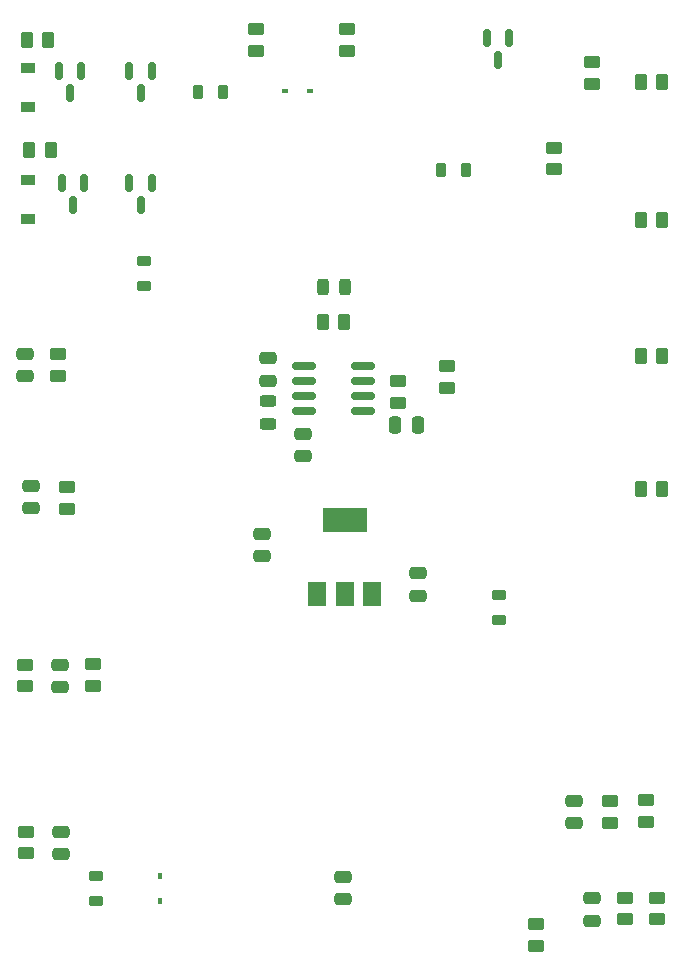
<source format=gbr>
G04 #@! TF.GenerationSoftware,KiCad,Pcbnew,(6.0.8)*
G04 #@! TF.CreationDate,2023-01-06T14:50:38-06:00*
G04 #@! TF.ProjectId,Controls-LightingPCB,436f6e74-726f-46c7-932d-4c6967687469,rev?*
G04 #@! TF.SameCoordinates,Original*
G04 #@! TF.FileFunction,Paste,Top*
G04 #@! TF.FilePolarity,Positive*
%FSLAX46Y46*%
G04 Gerber Fmt 4.6, Leading zero omitted, Abs format (unit mm)*
G04 Created by KiCad (PCBNEW (6.0.8)) date 2023-01-06 14:50:38*
%MOMM*%
%LPD*%
G01*
G04 APERTURE LIST*
G04 Aperture macros list*
%AMRoundRect*
0 Rectangle with rounded corners*
0 $1 Rounding radius*
0 $2 $3 $4 $5 $6 $7 $8 $9 X,Y pos of 4 corners*
0 Add a 4 corners polygon primitive as box body*
4,1,4,$2,$3,$4,$5,$6,$7,$8,$9,$2,$3,0*
0 Add four circle primitives for the rounded corners*
1,1,$1+$1,$2,$3*
1,1,$1+$1,$4,$5*
1,1,$1+$1,$6,$7*
1,1,$1+$1,$8,$9*
0 Add four rect primitives between the rounded corners*
20,1,$1+$1,$2,$3,$4,$5,0*
20,1,$1+$1,$4,$5,$6,$7,0*
20,1,$1+$1,$6,$7,$8,$9,0*
20,1,$1+$1,$8,$9,$2,$3,0*%
G04 Aperture macros list end*
%ADD10RoundRect,0.250000X-0.450000X0.262500X-0.450000X-0.262500X0.450000X-0.262500X0.450000X0.262500X0*%
%ADD11RoundRect,0.250000X0.450000X-0.262500X0.450000X0.262500X-0.450000X0.262500X-0.450000X-0.262500X0*%
%ADD12RoundRect,0.250000X0.262500X0.450000X-0.262500X0.450000X-0.262500X-0.450000X0.262500X-0.450000X0*%
%ADD13R,1.200000X0.900000*%
%ADD14RoundRect,0.218750X0.381250X-0.218750X0.381250X0.218750X-0.381250X0.218750X-0.381250X-0.218750X0*%
%ADD15RoundRect,0.250000X-0.475000X0.250000X-0.475000X-0.250000X0.475000X-0.250000X0.475000X0.250000X0*%
%ADD16RoundRect,0.250000X0.475000X-0.250000X0.475000X0.250000X-0.475000X0.250000X-0.475000X-0.250000X0*%
%ADD17RoundRect,0.150000X-0.150000X0.587500X-0.150000X-0.587500X0.150000X-0.587500X0.150000X0.587500X0*%
%ADD18RoundRect,0.243750X-0.456250X0.243750X-0.456250X-0.243750X0.456250X-0.243750X0.456250X0.243750X0*%
%ADD19R,0.600000X0.450000*%
%ADD20RoundRect,0.150000X-0.825000X-0.150000X0.825000X-0.150000X0.825000X0.150000X-0.825000X0.150000X0*%
%ADD21R,1.500000X2.000000*%
%ADD22R,3.800000X2.000000*%
%ADD23RoundRect,0.250000X-0.250000X-0.475000X0.250000X-0.475000X0.250000X0.475000X-0.250000X0.475000X0*%
%ADD24RoundRect,0.243750X0.243750X0.456250X-0.243750X0.456250X-0.243750X-0.456250X0.243750X-0.456250X0*%
%ADD25RoundRect,0.218750X-0.218750X-0.381250X0.218750X-0.381250X0.218750X0.381250X-0.218750X0.381250X0*%
%ADD26R,0.450000X0.600000*%
%ADD27RoundRect,0.218750X0.218750X0.381250X-0.218750X0.381250X-0.218750X-0.381250X0.218750X-0.381250X0*%
G04 APERTURE END LIST*
D10*
X120710000Y-82571500D03*
X120710000Y-84396500D03*
D11*
X171460000Y-130396500D03*
X171460000Y-128571500D03*
D12*
X171872500Y-71234000D03*
X170047500Y-71234000D03*
D13*
X118210000Y-67834000D03*
X118210000Y-71134000D03*
D14*
X127960000Y-76796500D03*
X127960000Y-74671500D03*
D15*
X137960000Y-97784000D03*
X137960000Y-99684000D03*
D14*
X123950000Y-128886500D03*
X123950000Y-126761500D03*
D12*
X171872500Y-82734000D03*
X170047500Y-82734000D03*
D10*
X137460000Y-55071500D03*
X137460000Y-56896500D03*
D11*
X165960000Y-59646500D03*
X165960000Y-57821500D03*
D16*
X151210000Y-103014000D03*
X151210000Y-101114000D03*
D17*
X128660000Y-58546500D03*
X126760000Y-58546500D03*
X127710000Y-60421500D03*
D18*
X138490000Y-86565500D03*
X138490000Y-88440500D03*
D16*
X138470000Y-84793000D03*
X138470000Y-82893000D03*
D13*
X118210000Y-58334000D03*
X118210000Y-61634000D03*
D17*
X122660000Y-58546500D03*
X120760000Y-58546500D03*
X121710000Y-60421500D03*
D19*
X139960000Y-60284000D03*
X142060000Y-60284000D03*
D12*
X171872500Y-59484000D03*
X170047500Y-59484000D03*
D15*
X164441250Y-120371500D03*
X164441250Y-122271500D03*
D11*
X161210000Y-132646500D03*
X161210000Y-130821500D03*
D17*
X158910000Y-55796500D03*
X157010000Y-55796500D03*
X157960000Y-57671500D03*
D15*
X141460000Y-89293000D03*
X141460000Y-91193000D03*
D10*
X123710000Y-108821500D03*
X123710000Y-110646500D03*
X153610000Y-83580500D03*
X153610000Y-85405500D03*
D15*
X118440000Y-93724000D03*
X118440000Y-95624000D03*
D20*
X141543000Y-83587000D03*
X141543000Y-84857000D03*
X141543000Y-86127000D03*
X141543000Y-87397000D03*
X146493000Y-87397000D03*
X146493000Y-86127000D03*
X146493000Y-84857000D03*
X146493000Y-83587000D03*
D10*
X118040000Y-122981500D03*
X118040000Y-124806500D03*
D21*
X142680000Y-102904000D03*
X144980000Y-102904000D03*
D22*
X144980000Y-96604000D03*
D21*
X147280000Y-102904000D03*
D11*
X149500000Y-86675500D03*
X149500000Y-84850500D03*
D14*
X158050000Y-105106500D03*
X158050000Y-102981500D03*
D12*
X171872500Y-93984000D03*
X170047500Y-93984000D03*
D17*
X128660000Y-68046500D03*
X126760000Y-68046500D03*
X127710000Y-69921500D03*
D12*
X120122500Y-65234000D03*
X118297500Y-65234000D03*
X119872500Y-55984000D03*
X118047500Y-55984000D03*
D16*
X120960000Y-124884000D03*
X120960000Y-122984000D03*
X144870000Y-128714000D03*
X144870000Y-126814000D03*
D15*
X117906000Y-82537500D03*
X117906000Y-84437500D03*
D10*
X117910000Y-108859000D03*
X117910000Y-110684000D03*
D12*
X144962500Y-79834000D03*
X143137500Y-79834000D03*
D23*
X149270000Y-88573000D03*
X151170000Y-88573000D03*
D11*
X162710000Y-66896500D03*
X162710000Y-65071500D03*
D24*
X144987500Y-76913000D03*
X143112500Y-76913000D03*
D11*
X168724000Y-130418167D03*
X168724000Y-128593167D03*
D25*
X153147500Y-66984000D03*
X155272500Y-66984000D03*
D17*
X122910000Y-68046500D03*
X121010000Y-68046500D03*
X121960000Y-69921500D03*
D15*
X120900000Y-108871500D03*
X120900000Y-110771500D03*
D16*
X165910000Y-130524000D03*
X165910000Y-128624000D03*
D26*
X129370000Y-128844000D03*
X129370000Y-126744000D03*
D10*
X167441250Y-120409000D03*
X167441250Y-122234000D03*
D11*
X121460000Y-95646500D03*
X121460000Y-93821500D03*
D10*
X170460000Y-120321500D03*
X170460000Y-122146500D03*
X145210000Y-55071500D03*
X145210000Y-56896500D03*
D27*
X134682500Y-60394000D03*
X132557500Y-60394000D03*
M02*

</source>
